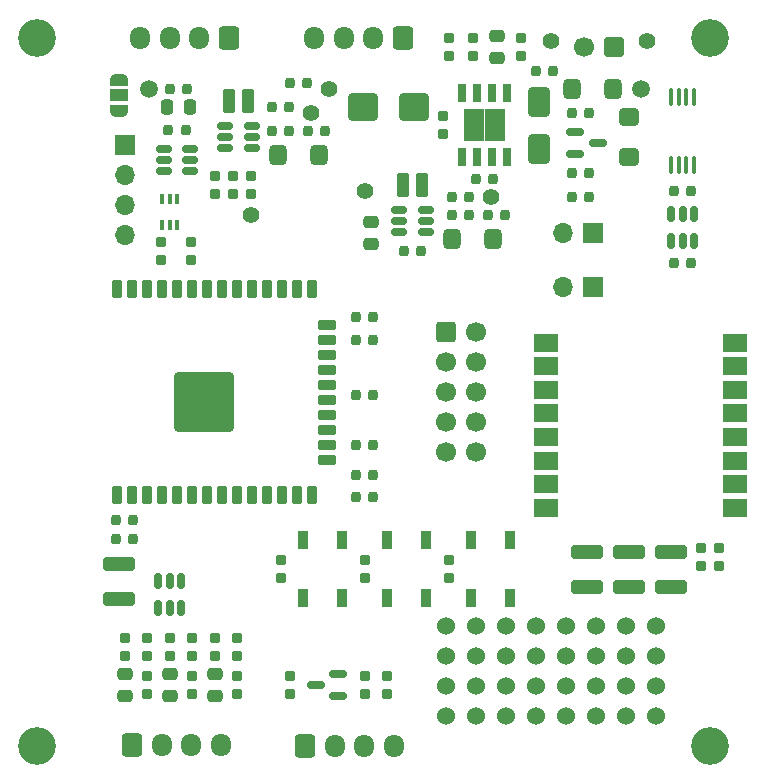
<source format=gbr>
%TF.GenerationSoftware,KiCad,Pcbnew,8.0.1*%
%TF.CreationDate,2024-06-07T18:03:32+02:00*%
%TF.ProjectId,Robuoy-Top,526f6275-6f79-42d5-946f-702e6b696361,rev?*%
%TF.SameCoordinates,Original*%
%TF.FileFunction,Soldermask,Top*%
%TF.FilePolarity,Negative*%
%FSLAX46Y46*%
G04 Gerber Fmt 4.6, Leading zero omitted, Abs format (unit mm)*
G04 Created by KiCad (PCBNEW 8.0.1) date 2024-06-07 18:03:32*
%MOMM*%
%LPD*%
G01*
G04 APERTURE LIST*
G04 Aperture macros list*
%AMRoundRect*
0 Rectangle with rounded corners*
0 $1 Rounding radius*
0 $2 $3 $4 $5 $6 $7 $8 $9 X,Y pos of 4 corners*
0 Add a 4 corners polygon primitive as box body*
4,1,4,$2,$3,$4,$5,$6,$7,$8,$9,$2,$3,0*
0 Add four circle primitives for the rounded corners*
1,1,$1+$1,$2,$3*
1,1,$1+$1,$4,$5*
1,1,$1+$1,$6,$7*
1,1,$1+$1,$8,$9*
0 Add four rect primitives between the rounded corners*
20,1,$1+$1,$2,$3,$4,$5,0*
20,1,$1+$1,$4,$5,$6,$7,0*
20,1,$1+$1,$6,$7,$8,$9,0*
20,1,$1+$1,$8,$9,$2,$3,0*%
%AMFreePoly0*
4,1,19,0.550000,-0.750000,0.000000,-0.750000,0.000000,-0.744911,-0.071157,-0.744911,-0.207708,-0.704816,-0.327430,-0.627875,-0.420627,-0.520320,-0.479746,-0.390866,-0.500000,-0.250000,-0.500000,0.250000,-0.479746,0.390866,-0.420627,0.520320,-0.327430,0.627875,-0.207708,0.704816,-0.071157,0.744911,0.000000,0.744911,0.000000,0.750000,0.550000,0.750000,0.550000,-0.750000,0.550000,-0.750000,
$1*%
%AMFreePoly1*
4,1,19,0.000000,0.744911,0.071157,0.744911,0.207708,0.704816,0.327430,0.627875,0.420627,0.520320,0.479746,0.390866,0.500000,0.250000,0.500000,-0.250000,0.479746,-0.390866,0.420627,-0.520320,0.327430,-0.627875,0.207708,-0.704816,0.071157,-0.744911,0.000000,-0.744911,0.000000,-0.750000,-0.550000,-0.750000,-0.550000,0.750000,0.000000,0.750000,0.000000,0.744911,0.000000,0.744911,
$1*%
G04 Aperture macros list end*
%ADD10C,1.400000*%
%ADD11R,2.000000X1.500000*%
%ADD12RoundRect,0.100000X0.100000X-0.637500X0.100000X0.637500X-0.100000X0.637500X-0.100000X-0.637500X0*%
%ADD13RoundRect,0.150000X0.150000X-0.512500X0.150000X0.512500X-0.150000X0.512500X-0.150000X-0.512500X0*%
%ADD14RoundRect,0.200000X0.200000X0.250000X-0.200000X0.250000X-0.200000X-0.250000X0.200000X-0.250000X0*%
%ADD15RoundRect,0.200000X-0.250000X0.200000X-0.250000X-0.200000X0.250000X-0.200000X0.250000X0.200000X0*%
%ADD16C,3.200000*%
%ADD17RoundRect,0.200000X-0.200000X-0.250000X0.200000X-0.250000X0.200000X0.250000X-0.200000X0.250000X0*%
%ADD18RoundRect,0.200000X0.250000X-0.200000X0.250000X0.200000X-0.250000X0.200000X-0.250000X-0.200000X0*%
%ADD19R,0.900000X1.500000*%
%ADD20RoundRect,0.150000X-0.587500X-0.150000X0.587500X-0.150000X0.587500X0.150000X-0.587500X0.150000X0*%
%ADD21RoundRect,0.250000X-0.600000X-0.725000X0.600000X-0.725000X0.600000X0.725000X-0.600000X0.725000X0*%
%ADD22O,1.700000X1.950000*%
%ADD23RoundRect,0.250000X0.400000X-0.250000X0.400000X0.250000X-0.400000X0.250000X-0.400000X-0.250000X0*%
%ADD24RoundRect,0.091346X0.383654X0.958654X-0.383654X0.958654X-0.383654X-0.958654X0.383654X-0.958654X0*%
%ADD25RoundRect,0.375000X-0.475000X0.375000X-0.475000X-0.375000X0.475000X-0.375000X0.475000X0.375000X0*%
%ADD26RoundRect,0.250000X0.600000X0.725000X-0.600000X0.725000X-0.600000X-0.725000X0.600000X-0.725000X0*%
%ADD27R,1.700000X1.700000*%
%ADD28O,1.700000X1.700000*%
%ADD29RoundRect,0.150000X0.512500X0.150000X-0.512500X0.150000X-0.512500X-0.150000X0.512500X-0.150000X0*%
%ADD30FreePoly0,270.000000*%
%ADD31R,1.500000X1.000000*%
%ADD32FreePoly1,270.000000*%
%ADD33C,1.500000*%
%ADD34RoundRect,0.250000X-0.250000X-0.400000X0.250000X-0.400000X0.250000X0.400000X-0.250000X0.400000X0*%
%ADD35RoundRect,0.250000X-1.000000X-0.900000X1.000000X-0.900000X1.000000X0.900000X-1.000000X0.900000X0*%
%ADD36RoundRect,0.250000X-1.100000X0.325000X-1.100000X-0.325000X1.100000X-0.325000X1.100000X0.325000X0*%
%ADD37RoundRect,0.150000X-0.150000X0.512500X-0.150000X-0.512500X0.150000X-0.512500X0.150000X0.512500X0*%
%ADD38RoundRect,0.150000X0.587500X0.150000X-0.587500X0.150000X-0.587500X-0.150000X0.587500X-0.150000X0*%
%ADD39RoundRect,0.250000X-0.650000X1.000000X-0.650000X-1.000000X0.650000X-1.000000X0.650000X1.000000X0*%
%ADD40C,1.524000*%
%ADD41R,0.650000X1.500000*%
%ADD42R,1.800000X1.350000*%
%ADD43RoundRect,0.150000X-0.512500X-0.150000X0.512500X-0.150000X0.512500X0.150000X-0.512500X0.150000X0*%
%ADD44RoundRect,0.375000X-0.375000X-0.475000X0.375000X-0.475000X0.375000X0.475000X-0.375000X0.475000X0*%
%ADD45RoundRect,0.225000X0.225000X-0.525000X0.225000X0.525000X-0.225000X0.525000X-0.225000X-0.525000X0*%
%ADD46RoundRect,0.225000X0.525000X0.225000X-0.525000X0.225000X-0.525000X-0.225000X0.525000X-0.225000X0*%
%ADD47RoundRect,0.250000X2.250000X-2.250000X2.250000X2.250000X-2.250000X2.250000X-2.250000X-2.250000X0*%
%ADD48RoundRect,0.100000X-0.100000X0.350000X-0.100000X-0.350000X0.100000X-0.350000X0.100000X0.350000X0*%
%ADD49RoundRect,0.206250X0.618750X0.618750X-0.618750X0.618750X-0.618750X-0.618750X0.618750X-0.618750X0*%
%ADD50C,1.700000*%
%ADD51RoundRect,0.250000X-0.400000X0.250000X-0.400000X-0.250000X0.400000X-0.250000X0.400000X0.250000X0*%
%ADD52RoundRect,0.250000X-0.600000X-0.600000X0.600000X-0.600000X0.600000X0.600000X-0.600000X0.600000X0*%
G04 APERTURE END LIST*
D10*
%TO.C,TP209*%
X42672000Y-54356000D03*
%TD*%
%TO.C,TP207*%
X45720000Y-62992000D03*
%TD*%
%TO.C,TP206*%
X56388000Y-63500000D03*
%TD*%
%TO.C,TP205*%
X69596000Y-50292000D03*
%TD*%
%TO.C,TP204*%
X61468000Y-50292000D03*
%TD*%
%TO.C,TP203*%
X36068000Y-65024000D03*
%TD*%
%TO.C,TP201*%
X41148000Y-56388000D03*
%TD*%
D11*
%TO.C,U301*%
X77088000Y-89804000D03*
X77088000Y-87804000D03*
X77088000Y-85804000D03*
X77088000Y-83804000D03*
X77088000Y-81804000D03*
X77088000Y-79804000D03*
X77088000Y-77804000D03*
X77088000Y-75804000D03*
X61088000Y-75804000D03*
X61088000Y-77804000D03*
X61088000Y-79804000D03*
X61088000Y-81804000D03*
X61088000Y-83804000D03*
X61088000Y-85804000D03*
X61088000Y-87804000D03*
X61088000Y-89804000D03*
%TD*%
D12*
%TO.C,Q201*%
X71669000Y-60774500D03*
X72319000Y-60774500D03*
X72969000Y-60774500D03*
X73619000Y-60774500D03*
X73619000Y-55049500D03*
X72969000Y-55049500D03*
X72319000Y-55049500D03*
X71669000Y-55049500D03*
%TD*%
D13*
%TO.C,U203*%
X71694000Y-64902500D03*
X72644000Y-64902500D03*
X73594000Y-64902500D03*
X73594000Y-67177500D03*
X72644000Y-67177500D03*
X71694000Y-67177500D03*
%TD*%
D14*
%TO.C,C108*%
X26150000Y-92456000D03*
X24650000Y-92456000D03*
%TD*%
D15*
%TO.C,C104*%
X75692000Y-93230000D03*
X75692000Y-94730000D03*
%TD*%
D14*
%TO.C,C109*%
X26150000Y-90805000D03*
X24650000Y-90805000D03*
%TD*%
D16*
%TO.C,H403*%
X18000000Y-110000000D03*
%TD*%
D17*
%TO.C,C209*%
X63258000Y-56388000D03*
X64758000Y-56388000D03*
%TD*%
%TO.C,R206*%
X37858000Y-57912000D03*
X39358000Y-57912000D03*
%TD*%
%TO.C,R209*%
X71894000Y-69088000D03*
X73394000Y-69088000D03*
%TD*%
D18*
%TO.C,C105*%
X38608000Y-95746000D03*
X38608000Y-94246000D03*
%TD*%
D15*
%TO.C,R108*%
X34925000Y-104025000D03*
X34925000Y-105525000D03*
%TD*%
D19*
%TO.C,D104*%
X40514000Y-97446000D03*
X43814000Y-97446000D03*
X43814000Y-92546000D03*
X40514000Y-92546000D03*
%TD*%
D14*
%TO.C,C206*%
X71894000Y-62992000D03*
X73394000Y-62992000D03*
%TD*%
D20*
%TO.C,Q202*%
X63578500Y-57978000D03*
X63578500Y-59878000D03*
X65453500Y-58928000D03*
%TD*%
D21*
%TO.C,J103*%
X40700000Y-109965000D03*
D22*
X43200000Y-109965000D03*
X45700000Y-109965000D03*
X48200000Y-109965000D03*
%TD*%
D15*
%TO.C,C106*%
X74168000Y-93230000D03*
X74168000Y-94730000D03*
%TD*%
%TO.C,C113*%
X47625000Y-104025000D03*
X47625000Y-105525000D03*
%TD*%
%TO.C,R110*%
X27305000Y-104025000D03*
X27305000Y-105525000D03*
%TD*%
D17*
%TO.C,C114*%
X29095000Y-57785000D03*
X30595000Y-57785000D03*
%TD*%
D23*
%TO.C,D102*%
X29210000Y-105725000D03*
X29210000Y-103825000D03*
%TD*%
D24*
%TO.C,L202*%
X50609000Y-62484000D03*
X48959000Y-62484000D03*
%TD*%
D25*
%TO.C,C207*%
X68072000Y-56720000D03*
X68072000Y-60120000D03*
%TD*%
D17*
%TO.C,C205*%
X53098000Y-63500000D03*
X54598000Y-63500000D03*
%TD*%
D26*
%TO.C,J104*%
X34230000Y-50055000D03*
D22*
X31730000Y-50055000D03*
X29230000Y-50055000D03*
X26730000Y-50055000D03*
%TD*%
D27*
%TO.C,SW102*%
X65024000Y-66548000D03*
D28*
X62484000Y-66548000D03*
%TD*%
D29*
%TO.C,U103*%
X30982500Y-61275000D03*
X30982500Y-60325000D03*
X30982500Y-59375000D03*
X28707500Y-59375000D03*
X28707500Y-60325000D03*
X28707500Y-61275000D03*
%TD*%
D16*
%TO.C,H402*%
X75000000Y-50000000D03*
%TD*%
D18*
%TO.C,C111*%
X31115000Y-102350000D03*
X31115000Y-100850000D03*
%TD*%
D30*
%TO.C,JP101*%
X24892000Y-53564000D03*
D31*
X24892000Y-54864000D03*
D32*
X24892000Y-56164000D03*
%TD*%
D33*
%TO.C,TP208*%
X69088000Y-54356000D03*
%TD*%
D15*
%TO.C,C202*%
X52324000Y-56654000D03*
X52324000Y-58154000D03*
%TD*%
D34*
%TO.C,D205*%
X29022000Y-55880000D03*
X30922000Y-55880000D03*
%TD*%
D35*
%TO.C,D201*%
X45602000Y-55880000D03*
X49902000Y-55880000D03*
%TD*%
D15*
%TO.C,R109*%
X31115000Y-104025000D03*
X31115000Y-105525000D03*
%TD*%
D36*
%TO.C,C301*%
X64516000Y-93521000D03*
X64516000Y-96471000D03*
%TD*%
D14*
%TO.C,R105*%
X46470000Y-75565000D03*
X44970000Y-75565000D03*
%TD*%
D17*
%TO.C,C201*%
X37858000Y-55880000D03*
X39358000Y-55880000D03*
%TD*%
D15*
%TO.C,R116*%
X33020000Y-100850000D03*
X33020000Y-102350000D03*
%TD*%
D17*
%TO.C,R214*%
X63258000Y-61468000D03*
X64758000Y-61468000D03*
%TD*%
D37*
%TO.C,U102*%
X30160000Y-98292500D03*
X29210000Y-98292500D03*
X28260000Y-98292500D03*
X28260000Y-96017500D03*
X29210000Y-96017500D03*
X30160000Y-96017500D03*
%TD*%
D17*
%TO.C,R207*%
X40906000Y-57912000D03*
X42406000Y-57912000D03*
%TD*%
D18*
%TO.C,C303*%
X52832000Y-95746000D03*
X52832000Y-94246000D03*
%TD*%
D14*
%TO.C,R203*%
X40882000Y-53848000D03*
X39382000Y-53848000D03*
%TD*%
D38*
%TO.C,Q101*%
X43482500Y-105725000D03*
X43482500Y-103825000D03*
X41607500Y-104775000D03*
%TD*%
D15*
%TO.C,R112*%
X45720000Y-104025000D03*
X45720000Y-105525000D03*
%TD*%
D39*
%TO.C,D204*%
X60452000Y-55404000D03*
X60452000Y-59404000D03*
%TD*%
D18*
%TO.C,R205*%
X34544000Y-63234000D03*
X34544000Y-61734000D03*
%TD*%
D36*
%TO.C,C102*%
X24892000Y-94537000D03*
X24892000Y-97487000D03*
%TD*%
D15*
%TO.C,R113*%
X39370000Y-104025000D03*
X39370000Y-105525000D03*
%TD*%
D14*
%TO.C,R102*%
X46470000Y-73660000D03*
X44970000Y-73660000D03*
%TD*%
D17*
%TO.C,R212*%
X53098000Y-65024000D03*
X54598000Y-65024000D03*
%TD*%
D18*
%TO.C,D202*%
X54864000Y-51550000D03*
X54864000Y-50050000D03*
%TD*%
D14*
%TO.C,R211*%
X60210000Y-52832000D03*
X61710000Y-52832000D03*
%TD*%
D40*
%TO.C,TP402*%
X52578000Y-99822000D03*
X55118000Y-99822000D03*
X57658000Y-99822000D03*
X60198000Y-99822000D03*
X52578000Y-102362000D03*
X55118000Y-102362000D03*
X57658000Y-102362000D03*
X60198000Y-102362000D03*
X52578000Y-104902000D03*
X55118000Y-104902000D03*
X57658000Y-104902000D03*
X60198000Y-104902000D03*
X52578000Y-107442000D03*
X55118000Y-107442000D03*
X57658000Y-107442000D03*
X60198000Y-107442000D03*
%TD*%
D14*
%TO.C,R104*%
X46470000Y-84455000D03*
X44970000Y-84455000D03*
%TD*%
D16*
%TO.C,H401*%
X75000000Y-110000000D03*
%TD*%
D41*
%TO.C,U202*%
X53975000Y-60104000D03*
X55245000Y-60104000D03*
X56515000Y-60104000D03*
X57785000Y-60104000D03*
X57785000Y-54704000D03*
X56515000Y-54704000D03*
X55245000Y-54704000D03*
X53975000Y-54704000D03*
D42*
X54980000Y-58079000D03*
X56780000Y-58079000D03*
X54980000Y-56729000D03*
X56780000Y-56729000D03*
%TD*%
D26*
%TO.C,J201*%
X48962000Y-50055000D03*
D22*
X46462000Y-50055000D03*
X43962000Y-50055000D03*
X41462000Y-50055000D03*
%TD*%
D27*
%TO.C,SW101*%
X65024000Y-71120000D03*
D28*
X62484000Y-71120000D03*
%TD*%
D43*
%TO.C,U201*%
X33914500Y-57470000D03*
X33914500Y-58420000D03*
X33914500Y-59370000D03*
X36189500Y-59370000D03*
X36189500Y-58420000D03*
X36189500Y-57470000D03*
%TD*%
D18*
%TO.C,C110*%
X27305000Y-102350000D03*
X27305000Y-100850000D03*
%TD*%
%TO.C,R201*%
X52832000Y-51550000D03*
X52832000Y-50050000D03*
%TD*%
D16*
%TO.C,H404*%
X18000000Y-50000000D03*
%TD*%
D40*
%TO.C,TP401*%
X62738000Y-99822000D03*
X65278000Y-99822000D03*
X67818000Y-99822000D03*
X70358000Y-99822000D03*
X62738000Y-102362000D03*
X65278000Y-102362000D03*
X67818000Y-102362000D03*
X70358000Y-102362000D03*
X62738000Y-104902000D03*
X65278000Y-104902000D03*
X67818000Y-104902000D03*
X70358000Y-104902000D03*
X62738000Y-107442000D03*
X65278000Y-107442000D03*
X67818000Y-107442000D03*
X70358000Y-107442000D03*
%TD*%
D36*
%TO.C,C302*%
X68072000Y-93521000D03*
X68072000Y-96471000D03*
%TD*%
D44*
%TO.C,C210*%
X63324000Y-54356000D03*
X66724000Y-54356000D03*
%TD*%
D33*
%TO.C,TP202*%
X27432000Y-54356000D03*
%TD*%
D17*
%TO.C,R106*%
X44970000Y-86995000D03*
X46470000Y-86995000D03*
%TD*%
%TO.C,R216*%
X49034000Y-68072000D03*
X50534000Y-68072000D03*
%TD*%
D23*
%TO.C,D203*%
X56896000Y-51750000D03*
X56896000Y-49850000D03*
%TD*%
D17*
%TO.C,R101*%
X44970000Y-80264000D03*
X46470000Y-80264000D03*
%TD*%
D44*
%TO.C,C204*%
X38432000Y-59944000D03*
X41832000Y-59944000D03*
%TD*%
D14*
%TO.C,R103*%
X46470000Y-88900000D03*
X44970000Y-88900000D03*
%TD*%
D23*
%TO.C,D103*%
X33020000Y-105725000D03*
X33020000Y-103825000D03*
%TD*%
D17*
%TO.C,R213*%
X56146000Y-65024000D03*
X57646000Y-65024000D03*
%TD*%
D15*
%TO.C,R107*%
X30988000Y-67322000D03*
X30988000Y-68822000D03*
%TD*%
D45*
%TO.C,U101*%
X24743000Y-88750000D03*
X26013000Y-88750000D03*
X27283000Y-88750000D03*
X28553000Y-88750000D03*
X29823000Y-88750000D03*
X31093000Y-88750000D03*
X32363000Y-88750000D03*
X33633000Y-88750000D03*
X34903000Y-88750000D03*
X36173000Y-88750000D03*
X37443000Y-88750000D03*
X38713000Y-88750000D03*
X39983000Y-88750000D03*
X41253000Y-88750000D03*
D46*
X42503000Y-85715000D03*
X42503000Y-84445000D03*
X42503000Y-83175000D03*
X42503000Y-81905000D03*
X42503000Y-80635000D03*
X42503000Y-79365000D03*
X42503000Y-78095000D03*
X42503000Y-76825000D03*
X42503000Y-75555000D03*
X42503000Y-74285000D03*
D45*
X41253000Y-71250000D03*
X39983000Y-71250000D03*
X38713000Y-71250000D03*
X37443000Y-71250000D03*
X36173000Y-71250000D03*
X34903000Y-71250000D03*
X33633000Y-71250000D03*
X32363000Y-71250000D03*
X31093000Y-71250000D03*
X29823000Y-71250000D03*
X28553000Y-71250000D03*
X27283000Y-71250000D03*
X26013000Y-71250000D03*
X24743000Y-71250000D03*
D47*
X32088000Y-80860000D03*
%TD*%
D17*
%TO.C,C101*%
X63258000Y-63500000D03*
X64758000Y-63500000D03*
%TD*%
D48*
%TO.C,U104*%
X29860000Y-63670000D03*
X29210000Y-63670000D03*
X28560000Y-63670000D03*
X28560000Y-65870000D03*
X29210000Y-65870000D03*
X29860000Y-65870000D03*
%TD*%
D27*
%TO.C,J105*%
X25425000Y-59065000D03*
D28*
X25425000Y-61605000D03*
X25425000Y-64145000D03*
X25425000Y-66685000D03*
%TD*%
D18*
%TO.C,C203*%
X33020000Y-63234000D03*
X33020000Y-61734000D03*
%TD*%
D15*
%TO.C,R115*%
X29210000Y-100850000D03*
X29210000Y-102350000D03*
%TD*%
D43*
%TO.C,U204*%
X48646500Y-64582000D03*
X48646500Y-65532000D03*
X48646500Y-66482000D03*
X50921500Y-66482000D03*
X50921500Y-65532000D03*
X50921500Y-64582000D03*
%TD*%
D49*
%TO.C,J202*%
X66802000Y-50800000D03*
D50*
X64262000Y-50800000D03*
%TD*%
D18*
%TO.C,C107*%
X45720000Y-95746000D03*
X45720000Y-94246000D03*
%TD*%
D19*
%TO.C,D105*%
X47626000Y-97446000D03*
X50926000Y-97446000D03*
X50926000Y-92546000D03*
X47626000Y-92546000D03*
%TD*%
D44*
%TO.C,C208*%
X53164000Y-67056000D03*
X56564000Y-67056000D03*
%TD*%
D15*
%TO.C,R202*%
X58928000Y-50050000D03*
X58928000Y-51550000D03*
%TD*%
D23*
%TO.C,D101*%
X25400000Y-105725000D03*
X25400000Y-103825000D03*
%TD*%
D19*
%TO.C,D106*%
X54738000Y-97446000D03*
X58038000Y-97446000D03*
X58038000Y-92546000D03*
X54738000Y-92546000D03*
%TD*%
D51*
%TO.C,D206*%
X46228000Y-65598000D03*
X46228000Y-67498000D03*
%TD*%
D15*
%TO.C,R111*%
X28448000Y-67322000D03*
X28448000Y-68822000D03*
%TD*%
D18*
%TO.C,C112*%
X34925000Y-102350000D03*
X34925000Y-100850000D03*
%TD*%
D15*
%TO.C,R114*%
X25400000Y-100850000D03*
X25400000Y-102350000D03*
%TD*%
D17*
%TO.C,R208*%
X55130000Y-61976000D03*
X56630000Y-61976000D03*
%TD*%
D36*
%TO.C,C103*%
X71628000Y-93521000D03*
X71628000Y-96471000D03*
%TD*%
D15*
%TO.C,R204*%
X36068000Y-61734000D03*
X36068000Y-63234000D03*
%TD*%
D21*
%TO.C,J102*%
X26035000Y-109855000D03*
D22*
X28535000Y-109855000D03*
X31035000Y-109855000D03*
X33535000Y-109855000D03*
%TD*%
D17*
%TO.C,R215*%
X29222000Y-54356000D03*
X30722000Y-54356000D03*
%TD*%
D24*
%TO.C,L201*%
X35877000Y-55372000D03*
X34227000Y-55372000D03*
%TD*%
D52*
%TO.C,J101*%
X52587500Y-74930000D03*
D50*
X55127500Y-74930000D03*
X52587500Y-77470000D03*
X55127500Y-77470000D03*
X52587500Y-80010000D03*
X55127500Y-80010000D03*
X52587500Y-82550000D03*
X55127500Y-82550000D03*
X52587500Y-85090000D03*
X55127500Y-85090000D03*
%TD*%
M02*

</source>
